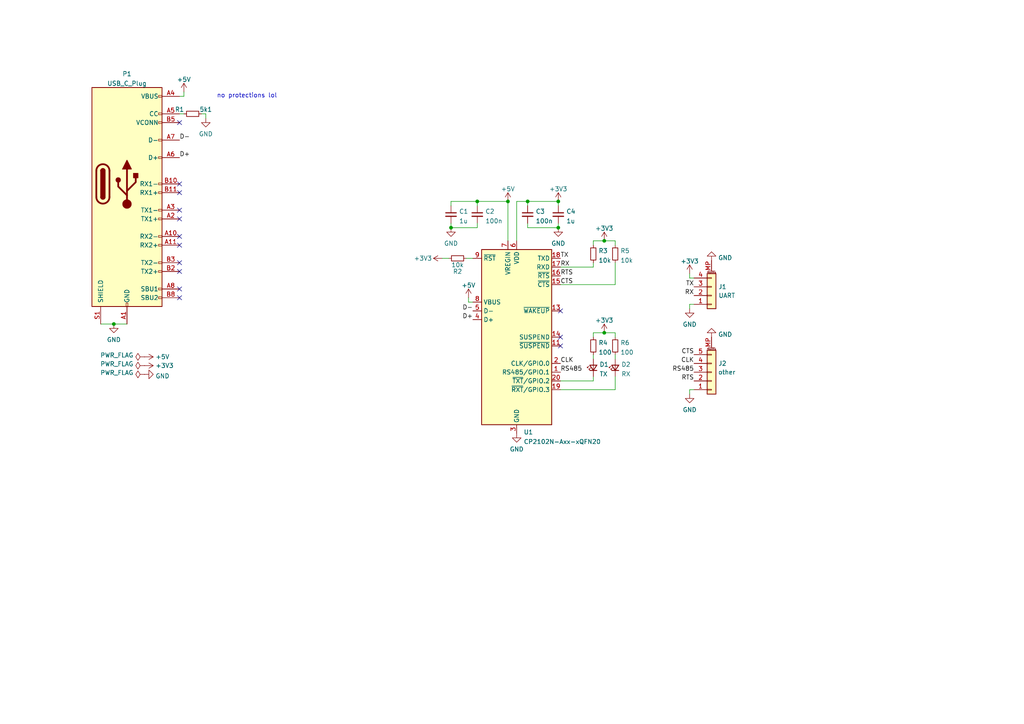
<source format=kicad_sch>
(kicad_sch (version 20231120) (generator "eeschema") (generator_version "8.0")
  (paper "A4")
  (lib_symbols
    (symbol "Connector:USB_C_Plug" (pin_names (offset 1.016))
      (property "Reference" "P" (at -10.16 29.21 0))
      (property "Value" "USB_C_Plug" (at 10.16 29.21 0))
      (symbol "USB_C_Plug_0_0"
        (rectangle (start -0.254 -35.56) (end 0.254 -34.544))
        (rectangle (start 10.16 -32.766) (end 9.144 -33.274))
        (rectangle (start 10.16 -30.226) (end 9.144 -30.734))
        (rectangle (start 10.16 -25.146) (end 9.144 -25.654))
        (rectangle (start 10.16 -22.606) (end 9.144 -23.114))
        (rectangle (start 10.16 -17.526) (end 9.144 -18.034))
        (rectangle (start 10.16 -14.986) (end 9.144 -15.494))
        (rectangle (start 10.16 -9.906) (end 9.144 -10.414))
        (rectangle (start 10.16 -7.366) (end 9.144 -7.874))
        (rectangle (start 10.16 -2.286) (end 9.144 -2.794))
        (rectangle (start 10.16 0.254) (end 9.144 -0.254))
        (rectangle (start 10.16 7.874) (end 9.144 7.366))
        (rectangle (start 10.16 12.954) (end 9.144 12.446))
        (rectangle (start 10.16 18.034) (end 9.144 17.526))
        (rectangle (start 10.16 20.574) (end 9.144 20.066))
        (rectangle (start 10.16 25.654) (end 9.144 25.146))
      )
      (symbol "USB_C_Plug_0_1"
        (rectangle (start -10.16 27.94) (end 10.16 -35.56) (stroke (width 0.254)) (fill (type background)))
        (arc (start -8.89 -3.81) (mid -6.985 -5.7067) (end -5.08 -3.81) (stroke (width 0.508)))
        (arc (start -7.62 -3.81) (mid -6.985 -4.4423) (end -6.35 -3.81) (stroke (width 0.254)))
        (arc (start -7.62 -3.81) (mid -6.985 -4.4423) (end -6.35 -3.81) (stroke (width 0.254)) (fill (type outline)))
        (rectangle (start -7.62 -3.81) (end -6.35 3.81) (stroke (width 0.254)) (fill (type outline)))
        (arc (start -6.35 3.81) (mid -6.985 4.4423) (end -7.62 3.81) (stroke (width 0.254)))
        (arc (start -6.35 3.81) (mid -6.985 4.4423) (end -7.62 3.81) (stroke (width 0.254)) (fill (type outline)))
        (arc (start -5.08 3.81) (mid -6.985 5.7067) (end -8.89 3.81) (stroke (width 0.508)))
        (polyline (pts (xy -8.89 -3.81) (xy -8.89 3.81)) (stroke (width 0.508)))
        (polyline (pts (xy -5.08 3.81) (xy -5.08 -3.81)) (stroke (width 0.508)))
      )
      (symbol "USB_C_Plug_1_1"
        (circle (center -2.54 1.143) (radius 0.635) (stroke (width 0.254)) (fill (type outline)))
        (circle (center 0 -5.842) (radius 1.27) (fill (type outline)))
        (polyline (pts (xy 0 -5.842) (xy 0 4.318)) (stroke (width 0.508)))
        (polyline (pts (xy 0 -3.302) (xy -2.54 -0.762) (xy -2.54 0.508)) (stroke (width 0.508)))
        (polyline (pts (xy 0 -2.032) (xy 2.54 0.508) (xy 2.54 1.778)) (stroke (width 0.508)))
        (polyline (pts (xy -1.27 4.318) (xy 0 6.858) (xy 1.27 4.318) (xy -1.27 4.318)) (stroke (width 0.254)) (fill (type outline)))
        (rectangle (start 1.905 1.778) (end 3.175 3.048) (stroke (width 0.254)) (fill (type outline)))
        (pin passive line (at 0 -40.64 90) (length 5.08) (name "GND") (number "A1"))
        (pin bidirectional line (at 15.24 -15.24 180) (length 5.08) (name "RX2-") (number "A10"))
        (pin bidirectional line (at 15.24 -17.78 180) (length 5.08) (name "RX2+") (number "A11"))
        (pin passive line (at 0 -40.64 90) (length 5.08) hide (name "GND") (number "A12"))
        (pin bidirectional line (at 15.24 -10.16 180) (length 5.08) (name "TX1+") (number "A2"))
        (pin bidirectional line (at 15.24 -7.62 180) (length 5.08) (name "TX1-") (number "A3"))
        (pin passive line (at 15.24 25.4 180) (length 5.08) (name "VBUS") (number "A4"))
        (pin bidirectional line (at 15.24 20.32 180) (length 5.08) (name "CC") (number "A5"))
        (pin bidirectional line (at 15.24 7.62 180) (length 5.08) (name "D+") (number "A6"))
        (pin bidirectional line (at 15.24 12.7 180) (length 5.08) (name "D-") (number "A7"))
        (pin bidirectional line (at 15.24 -30.48 180) (length 5.08) (name "SBU1") (number "A8"))
        (pin passive line (at 15.24 25.4 180) (length 5.08) hide (name "VBUS") (number "A9"))
        (pin passive line (at 0 -40.64 90) (length 5.08) hide (name "GND") (number "B1"))
        (pin bidirectional line (at 15.24 0 180) (length 5.08) (name "RX1-") (number "B10"))
        (pin bidirectional line (at 15.24 -2.54 180) (length 5.08) (name "RX1+") (number "B11"))
        (pin passive line (at 0 -40.64 90) (length 5.08) hide (name "GND") (number "B12"))
        (pin bidirectional line (at 15.24 -25.4 180) (length 5.08) (name "TX2+") (number "B2"))
        (pin bidirectional line (at 15.24 -22.86 180) (length 5.08) (name "TX2-") (number "B3"))
        (pin passive line (at 15.24 25.4 180) (length 5.08) hide (name "VBUS") (number "B4"))
        (pin bidirectional line (at 15.24 17.78 180) (length 5.08) (name "VCONN") (number "B5"))
        (pin bidirectional line (at 15.24 -33.02 180) (length 5.08) (name "SBU2") (number "B8"))
        (pin passive line (at 15.24 25.4 180) (length 5.08) hide (name "VBUS") (number "B9"))
        (pin passive line (at -7.62 -40.64 90) (length 5.08) (name "SHIELD") (number "S1"))
      )
    )
    (symbol "Connector_Generic_MountingPin:Conn_01x04_MountingPin" (pin_names (offset 1.016) hide)
      (property "Reference" "J" (at 0 5.08 0))
      (property "Value" "Conn_01x04_MountingPin" (at 1.27 -7.62 0))
      (symbol "Conn_01x04_MountingPin_1_1"
        (rectangle (start -1.27 -4.953) (end 0 -5.207) (stroke (width 0.1524)))
        (rectangle (start -1.27 -2.413) (end 0 -2.667) (stroke (width 0.1524)))
        (rectangle (start -1.27 0.127) (end 0 -0.127) (stroke (width 0.1524)))
        (rectangle (start -1.27 2.667) (end 0 2.413) (stroke (width 0.1524)))
        (rectangle (start -1.27 3.81) (end 1.27 -6.35) (stroke (width 0.254)) (fill (type background)))
        (polyline (pts (xy -1.016 -7.112) (xy 1.016 -7.112)) (stroke (width 0.1524)))
        (text "Mounting" (at 0 -6.731 0) (effects (font (size 0.381 0.381))))
        (pin passive line (at -5.08 2.54 0) (length 3.81) (name "Pin_1") (number "1"))
        (pin passive line (at -5.08 0 0) (length 3.81) (name "Pin_2") (number "2"))
        (pin passive line (at -5.08 -2.54 0) (length 3.81) (name "Pin_3") (number "3"))
        (pin passive line (at -5.08 -5.08 0) (length 3.81) (name "Pin_4") (number "4"))
        (pin passive line (at 0 -10.16 90) (length 3.048) (name "MountPin") (number "MP"))
      )
    )
    (symbol "Connector_Generic_MountingPin:Conn_01x05_MountingPin" (pin_names (offset 1.016) hide)
      (property "Reference" "J" (at 0 7.62 0))
      (property "Value" "Conn_01x05_MountingPin" (at 1.27 -7.62 0))
      (symbol "Conn_01x05_MountingPin_1_1"
        (rectangle (start -1.27 -4.953) (end 0 -5.207) (stroke (width 0.1524)))
        (rectangle (start -1.27 -2.413) (end 0 -2.667) (stroke (width 0.1524)))
        (rectangle (start -1.27 0.127) (end 0 -0.127) (stroke (width 0.1524)))
        (rectangle (start -1.27 2.667) (end 0 2.413) (stroke (width 0.1524)))
        (rectangle (start -1.27 5.207) (end 0 4.953) (stroke (width 0.1524)))
        (rectangle (start -1.27 6.35) (end 1.27 -6.35) (stroke (width 0.254)) (fill (type background)))
        (polyline (pts (xy -1.016 -7.112) (xy 1.016 -7.112)) (stroke (width 0.1524)))
        (text "Mounting" (at 0 -6.731 0) (effects (font (size 0.381 0.381))))
        (pin passive line (at -5.08 5.08 0) (length 3.81) (name "Pin_1") (number "1"))
        (pin passive line (at -5.08 2.54 0) (length 3.81) (name "Pin_2") (number "2"))
        (pin passive line (at -5.08 0 0) (length 3.81) (name "Pin_3") (number "3"))
        (pin passive line (at -5.08 -2.54 0) (length 3.81) (name "Pin_4") (number "4"))
        (pin passive line (at -5.08 -5.08 0) (length 3.81) (name "Pin_5") (number "5"))
        (pin passive line (at 0 -10.16 90) (length 3.048) (name "MountPin") (number "MP"))
      )
    )
    (symbol "Device:C_Small" (pin_numbers hide) (pin_names (offset 0.254) hide)
      (property "Reference" "C" (at 0.254 1.778 0))
      (property "Value" "C_Small" (at 0.254 -2.032 0))
      (symbol "C_Small_0_1"
        (polyline (pts (xy -1.524 -0.508) (xy 1.524 -0.508)) (stroke (width 0.3302)))
        (polyline (pts (xy -1.524 0.508) (xy 1.524 0.508)) (stroke (width 0.3048)))
      )
      (symbol "C_Small_1_1"
        (pin passive line (at 0 2.54 270) (length 2.032) (name "~") (number "1"))
        (pin passive line (at 0 -2.54 90) (length 2.032) (name "~") (number "2"))
      )
    )
    (symbol "Device:LED_Small" (pin_numbers hide) (pin_names (offset 0.254) hide)
      (property "Reference" "D" (at -1.27 3.175 0))
      (property "Value" "LED_Small" (at -4.445 -2.54 0))
      (symbol "LED_Small_0_1"
        (polyline (pts (xy -0.762 -1.016) (xy -0.762 1.016)) (stroke (width 0.254)))
        (polyline (pts (xy 1.016 0) (xy -0.762 0)))
        (polyline (pts (xy 0.762 -1.016) (xy -0.762 0) (xy 0.762 1.016) (xy 0.762 -1.016)) (stroke (width 0.254)))
        (polyline (pts (xy 0 0.762) (xy -0.508 1.27) (xy -0.254 1.27) (xy -0.508 1.27) (xy -0.508 1.016)))
        (polyline (pts (xy 0.508 1.27) (xy 0 1.778) (xy 0.254 1.778) (xy 0 1.778) (xy 0 1.524)))
      )
      (symbol "LED_Small_1_1"
        (pin passive line (at -2.54 0 0) (length 1.778) (name "K") (number "1"))
        (pin passive line (at 2.54 0 180) (length 1.778) (name "A") (number "2"))
      )
    )
    (symbol "Device:R_Small" (pin_numbers hide) (pin_names (offset 0.254) hide)
      (property "Reference" "R" (at 0.762 0.508 0))
      (property "Value" "R_Small" (at 0.762 -1.016 0))
      (symbol "R_Small_0_1"
        (rectangle (start -0.762 1.778) (end 0.762 -1.778) (stroke (width 0.2032)))
      )
      (symbol "R_Small_1_1"
        (pin passive line (at 0 2.54 270) (length 0.762) (name "~") (number "1"))
        (pin passive line (at 0 -2.54 90) (length 0.762) (name "~") (number "2"))
      )
    )
    (symbol "Interface_USB:CP2102N-Axx-xQFN20"
      (property "Reference" "U" (at -8.89 26.67 0))
      (property "Value" "CP2102N-Axx-xQFN20" (at 12.7 26.67 0))
      (symbol "CP2102N-Axx-xQFN20_0_1"
        (rectangle (start -10.16 25.4) (end 10.16 -25.4) (stroke (width 0.254)) (fill (type background)))
      )
      (symbol "CP2102N-Axx-xQFN20_1_1"
        (pin bidirectional line (at 12.7 -10.16 180) (length 2.54) (name "RS485/GPIO.1") (number "1"))
        (pin no_connect line (at -10.16 -22.86 0) (length 2.54) hide (name "NC") (number "10"))
        (pin output line (at 12.7 -2.54 180) (length 2.54) (name "~{SUSPEND}") (number "11"))
        (pin passive line (at 0 -27.94 90) (length 2.54) hide (name "GND") (number "12"))
        (pin input line (at 12.7 7.62 180) (length 2.54) (name "~{WAKEUP}") (number "13"))
        (pin output line (at 12.7 0 180) (length 2.54) (name "SUSPEND") (number "14"))
        (pin input line (at 12.7 15.24 180) (length 2.54) (name "~{CTS}") (number "15"))
        (pin output line (at 12.7 17.78 180) (length 2.54) (name "~{RTS}") (number "16"))
        (pin input line (at 12.7 20.32 180) (length 2.54) (name "RXD") (number "17"))
        (pin output line (at 12.7 22.86 180) (length 2.54) (name "TXD") (number "18"))
        (pin bidirectional line (at 12.7 -15.24 180) (length 2.54) (name "~{RXT}/GPIO.3") (number "19"))
        (pin bidirectional line (at 12.7 -7.62 180) (length 2.54) (name "CLK/GPIO.0") (number "2"))
        (pin bidirectional line (at 12.7 -12.7 180) (length 2.54) (name "~{TXT}/GPIO.2") (number "20"))
        (pin passive line (at 0 -27.94 90) (length 2.54) hide (name "GND") (number "21"))
        (pin power_in line (at 0 -27.94 90) (length 2.54) (name "GND") (number "3"))
        (pin bidirectional line (at -12.7 5.08 0) (length 2.54) (name "D+") (number "4"))
        (pin bidirectional line (at -12.7 7.62 0) (length 2.54) (name "D-") (number "5"))
        (pin power_in line (at 0 27.94 270) (length 2.54) (name "VDD") (number "6"))
        (pin power_in line (at -2.54 27.94 270) (length 2.54) (name "VREGIN") (number "7"))
        (pin input line (at -12.7 10.16 0) (length 2.54) (name "VBUS") (number "8"))
        (pin input line (at -12.7 22.86 0) (length 2.54) (name "~{RST}") (number "9"))
      )
    )
    (symbol "power:+3V3" (power) (pin_names (offset 0))
      (property "Value" "+3V3" (at 0 3.556 0))
      (symbol "+3V3_0_1"
        (polyline (pts (xy -0.762 1.27) (xy 0 2.54)))
        (polyline (pts (xy 0 0) (xy 0 2.54)))
        (polyline (pts (xy 0 2.54) (xy 0.762 1.27)))
      )
      (symbol "+3V3_1_1"
        (pin power_in line (at 0 0 90) (length 0) hide (name "+3V3") (number "1"))
      )
    )
    (symbol "power:+5V" (power) (pin_names (offset 0))
      (property "Value" "+5V" (at 0 3.556 0))
      (symbol "+5V_0_1"
        (polyline (pts (xy -0.762 1.27) (xy 0 2.54)))
        (polyline (pts (xy 0 0) (xy 0 2.54)))
        (polyline (pts (xy 0 2.54) (xy 0.762 1.27)))
      )
      (symbol "+5V_1_1"
        (pin power_in line (at 0 0 90) (length 0) hide (name "+5V") (number "1"))
      )
    )
    (symbol "power:GND" (power) (pin_names (offset 0))
      (property "Value" "GND" (at 0 -3.81 0))
      (symbol "GND_0_1"
        (polyline (pts (xy 0 0) (xy 0 -1.27) (xy 1.27 -1.27) (xy 0 -2.54) (xy -1.27 -1.27) (xy 0 -1.27)))
      )
      (symbol "GND_1_1"
        (pin power_in line (at 0 0 270) (length 0) hide (name "GND") (number "1"))
      )
    )
    (symbol "power:PWR_FLAG" (power) (pin_numbers hide) (pin_names (offset 0) hide)
      (property "Value" "PWR_FLAG" (at 0 3.81 0))
      (symbol "PWR_FLAG_0_0"
        (pin power_out line (at 0 0 90) (length 0) (name "pwr") (number "1"))
      )
      (symbol "PWR_FLAG_0_1"
        (polyline (pts (xy 0 0) (xy 0 1.27) (xy -1.016 1.905) (xy 0 2.54) (xy 1.016 1.905) (xy 0 1.27)))
      )
    )
  )
  (junction (at 175.26 96.52))
  (junction (at 161.925 66.04))
  (junction (at 153.035 58.42))
  (junction (at 161.925 58.42))
  (junction (at 130.81 66.04))
  (junction (at 175.26 69.85))
  (junction (at 147.32 58.42))
  (junction (at 138.43 58.42))
  (junction (at 33.02 93.98))
  (no_connect (at 162.56 97.79))
  (no_connect (at 162.56 100.33))
  (no_connect (at 162.56 90.17))
  (no_connect (at 52.07 35.56))
  (no_connect (at 52.07 83.82))
  (no_connect (at 52.07 86.36))
  (no_connect (at 52.07 78.74))
  (no_connect (at 52.07 76.2))
  (no_connect (at 52.07 71.12))
  (no_connect (at 52.07 68.58))
  (no_connect (at 52.07 63.5))
  (no_connect (at 52.07 60.96))
  (no_connect (at 52.07 55.88))
  (no_connect (at 52.07 53.34))
  (wire (pts (xy 162.56 82.55) (xy 178.435 82.55)))
  (wire (pts (xy 130.81 66.04) (xy 138.43 66.04)))
  (wire (pts (xy 33.02 93.98) (xy 36.83 93.98)))
  (wire (pts (xy 138.43 66.04) (xy 138.43 64.77)))
  (wire (pts (xy 162.56 77.47) (xy 172.085 77.47)))
  (wire (pts (xy 178.435 113.03) (xy 178.435 109.22)))
  (wire (pts (xy 138.43 58.42) (xy 130.81 58.42)))
  (wire (pts (xy 135.89 87.63) (xy 135.89 86.36)))
  (wire (pts (xy 200.025 88.265) (xy 201.295 88.265)))
  (wire (pts (xy 52.07 27.94) (xy 53.34 27.94)))
  (wire (pts (xy 138.43 58.42) (xy 138.43 59.69)))
  (wire (pts (xy 172.085 69.85) (xy 175.26 69.85)))
  (wire (pts (xy 175.26 69.85) (xy 178.435 69.85)))
  (wire (pts (xy 178.435 82.55) (xy 178.435 76.2)))
  (wire (pts (xy 52.07 33.02) (xy 53.34 33.02)))
  (wire (pts (xy 200.025 114.3) (xy 200.025 113.03)))
  (wire (pts (xy 153.035 64.77) (xy 153.035 66.04)))
  (wire (pts (xy 147.32 58.42) (xy 138.43 58.42)))
  (wire (pts (xy 161.925 64.77) (xy 161.925 66.04)))
  (wire (pts (xy 149.86 58.42) (xy 153.035 58.42)))
  (wire (pts (xy 200.025 89.535) (xy 200.025 88.265)))
  (wire (pts (xy 29.21 93.98) (xy 33.02 93.98)))
  (wire (pts (xy 53.34 27.94) (xy 53.34 26.67)))
  (wire (pts (xy 172.085 102.87) (xy 172.085 104.14)))
  (wire (pts (xy 175.26 96.52) (xy 178.435 96.52)))
  (wire (pts (xy 200.025 113.03) (xy 201.295 113.03)))
  (wire (pts (xy 161.925 66.04) (xy 153.035 66.04)))
  (wire (pts (xy 172.085 71.12) (xy 172.085 69.85)))
  (wire (pts (xy 59.69 34.29) (xy 59.69 33.02)))
  (wire (pts (xy 161.925 58.42) (xy 161.925 59.69)))
  (wire (pts (xy 153.035 59.69) (xy 153.035 58.42)))
  (wire (pts (xy 149.86 58.42) (xy 149.86 69.85)))
  (wire (pts (xy 153.035 58.42) (xy 161.925 58.42)))
  (wire (pts (xy 130.81 66.04) (xy 130.81 64.77)))
  (wire (pts (xy 172.085 97.79) (xy 172.085 96.52)))
  (wire (pts (xy 178.435 96.52) (xy 178.435 97.79)))
  (wire (pts (xy 58.42 33.02) (xy 59.69 33.02)))
  (wire (pts (xy 162.56 110.49) (xy 172.085 110.49)))
  (wire (pts (xy 128.27 74.93) (xy 130.175 74.93)))
  (wire (pts (xy 172.085 96.52) (xy 175.26 96.52)))
  (wire (pts (xy 200.025 79.375) (xy 200.025 80.645)))
  (wire (pts (xy 178.435 69.85) (xy 178.435 71.12)))
  (wire (pts (xy 162.56 113.03) (xy 178.435 113.03)))
  (wire (pts (xy 137.16 87.63) (xy 135.89 87.63)))
  (wire (pts (xy 178.435 102.87) (xy 178.435 104.14)))
  (wire (pts (xy 147.32 58.42) (xy 147.32 69.85)))
  (wire (pts (xy 130.81 58.42) (xy 130.81 59.69)))
  (wire (pts (xy 172.085 77.47) (xy 172.085 76.2)))
  (wire (pts (xy 135.255 74.93) (xy 137.16 74.93)))
  (wire (pts (xy 200.025 80.645) (xy 201.295 80.645)))
  (wire (pts (xy 172.085 109.22) (xy 172.085 110.49)))
  (text "no protections lol" (at 62.865 28.575 0) (effects (font (size 1.27 1.27)) (justify left bottom)))
  (label "RTS" (at 201.295 110.49 180))
  (label "RS485" (at 162.56 107.95 0))
  (label "CTS" (at 201.295 102.87 180))
  (label "TX" (at 201.295 83.185 180))
  (label "D-" (at 137.16 90.17 180))
  (label "CTS" (at 162.56 82.55 0))
  (label "D+" (at 137.16 92.71 180))
  (label "CLK" (at 162.56 105.41 0))
  (label "RX" (at 201.295 85.725 180))
  (label "CLK" (at 201.295 105.41 180))
  (label "RTS" (at 162.56 80.01 0))
  (label "D+" (at 52.07 45.72 0))
  (label "RX" (at 162.56 77.47 0))
  (label "D-" (at 52.07 40.64 0))
  (label "TX" (at 162.56 74.93 0))
  (label "RS485" (at 201.295 107.95 180))
  (symbol (lib_id "Device:C_Small") (at 130.81 62.23 0) (unit 1)
    (property "Reference" "C1" (at 133.1341 61.3278 0) (effects (justify left)))
    (property "Value" "1u" (at 133.1341 64.1029 0) (effects (justify left)))
    (property "Footprint" "Capacitor_SMD:C_0603_1608Metric" (effects (hide yes)))
  )
  (symbol (lib_id "power:+3V3") (at 200.025 79.375 0) (unit 1)
    (property "Reference" "#PWR016" (effects (hide yes)))
    (property "Value" "+3V3" (at 200.025 75.7705 0))
  )
  (symbol (lib_id "power:+5V") (at 41.91 103.505 270) (unit 1)
    (property "Reference" "#PWR02" (effects (hide yes)))
    (property "Value" "+5V" (at 45.085 103.505 90) (effects (justify left)))
  )
  (symbol (lib_id "Device:C_Small") (at 153.035 62.23 0) (unit 1)
    (property "Reference" "C3" (at 155.3591 61.3278 0) (effects (justify left)))
    (property "Value" "100n" (at 155.3591 64.1029 0) (effects (justify left)))
    (property "Footprint" "Capacitor_SMD:C_0603_1608Metric" (effects (hide yes)))
  )
  (symbol (lib_id "Interface_USB:CP2102N-Axx-xQFN20") (at 149.86 97.79 0) (unit 1)
    (property "Reference" "U1" (at 151.8794 125.3395 0) (effects (justify left)))
    (property "Value" "CP2102N-Axx-xQFN20" (at 151.8794 128.1146 0) (effects (justify left)))
    (property "Footprint" "Package_DFN_QFN:SiliconLabs_QFN-20-1EP_3x3mm_P0.5mm_EP1.8x1.8mm" (effects (hide yes)))
    (property "Datasheet" "https://www.silabs.com/documents/public/data-sheets/cp2102n-datasheet.pdf" (effects (hide yes)))
  )
  (symbol (lib_id "power:+3V3") (at 161.925 58.42 0) (unit 1)
    (property "Reference" "#PWR012" (effects (hide yes)))
    (property "Value" "+3V3" (at 161.925 54.8155 0))
  )
  (symbol (lib_id "power:GND") (at 130.81 66.04 0) (unit 1)
    (property "Reference" "#PWR08" (effects (hide yes)))
    (property "Value" "GND" (at 130.81 70.6025 0))
  )
  (symbol (lib_id "power:GND") (at 41.91 108.585 90) (unit 1)
    (property "Reference" "#PWR04" (effects (hide yes)))
    (property "Value" "GND" (at 45.085 109.064 90) (effects (justify right)))
  )
  (symbol (lib_id "Device:R_Small") (at 178.435 100.33 0) (unit 1)
    (property "Reference" "R6" (at 179.9336 99.4215 0) (effects (justify left)))
    (property "Value" "100" (at 179.9336 102.1966 0) (effects (justify left)))
    (property "Footprint" "Resistor_SMD:R_0603_1608Metric" (effects (hide yes)))
  )
  (symbol (lib_id "Device:C_Small") (at 138.43 62.23 0) (unit 1)
    (property "Reference" "C2" (at 140.7541 61.3278 0) (effects (justify left)))
    (property "Value" "100n" (at 140.7541 64.1029 0) (effects (justify left)))
    (property "Footprint" "Capacitor_SMD:C_0603_1608Metric" (effects (hide yes)))
  )
  (symbol (lib_id "power:GND") (at 59.69 34.29 0) (unit 1)
    (property "Reference" "#PWR06" (effects (hide yes)))
    (property "Value" "GND" (at 59.69 38.8525 0))
  )
  (symbol (lib_id "power:PWR_FLAG") (at 41.91 108.585 90) (unit 1)
    (property "Reference" "#FLG03" (effects (hide yes)))
    (property "Value" "PWR_FLAG" (at 38.735 108.106 90) (effects (justify left)))
  )
  (symbol (lib_id "power:GND") (at 200.025 114.3 0) (unit 1)
    (property "Reference" "#PWR018" (effects (hide yes)))
    (property "Value" "GND" (at 200.025 118.8625 0))
  )
  (symbol (lib_id "power:PWR_FLAG") (at 41.91 106.045 90) (unit 1)
    (property "Reference" "#FLG02" (effects (hide yes)))
    (property "Value" "PWR_FLAG" (at 38.735 105.566 90) (effects (justify left)))
  )
  (symbol (lib_id "power:GND") (at 149.86 125.73 0) (unit 1)
    (property "Reference" "#PWR011" (effects (hide yes)))
    (property "Value" "GND" (at 149.86 130.2925 0))
  )
  (symbol (lib_id "power:GND") (at 33.02 93.98 0) (unit 1)
    (property "Reference" "#PWR01" (effects (hide yes)))
    (property "Value" "GND" (at 33.02 98.5425 0))
  )
  (symbol (lib_id "power:+5V") (at 147.32 58.42 0) (unit 1)
    (property "Reference" "#PWR010" (effects (hide yes)))
    (property "Value" "+5V" (at 147.32 54.8155 0))
  )
  (symbol (lib_id "Connector_Generic_MountingPin:Conn_01x05_MountingPin") (at 206.375 107.95 0) (mirror x) (unit 1)
    (property "Reference" "J2" (at 209.55 105.41 0))
    (property "Value" "other" (at 210.82 107.95 0))
    (property "Footprint" "Connector_JST:JST_GH_SM05B-GHS-TB_1x05-1MP_P1.25mm_Horizontal" (effects (hide yes)))
  )
  (symbol (lib_id "Device:R_Small") (at 172.085 73.66 0) (unit 1)
    (property "Reference" "R3" (at 173.5836 72.7515 0) (effects (justify left)))
    (property "Value" "10k" (at 173.5836 75.5266 0) (effects (justify left)))
    (property "Footprint" "Resistor_SMD:R_0603_1608Metric" (effects (hide yes)))
  )
  (symbol (lib_id "power:+3V3") (at 175.26 96.52 0) (unit 1)
    (property "Reference" "#PWR015" (effects (hide yes)))
    (property "Value" "+3V3" (at 175.26 92.9155 0))
  )
  (symbol (lib_id "Device:LED_Small") (at 178.435 106.68 90) (unit 1)
    (property "Reference" "D2" (at 180.213 105.708 90) (effects (justify right)))
    (property "Value" "RX" (at 180.213 108.4831 90) (effects (justify right)))
    (property "Footprint" "LED_SMD:LED_0603_1608Metric" (effects (hide yes)))
  )
  (symbol (lib_id "power:+3V3") (at 41.91 106.045 270) (unit 1)
    (property "Reference" "#PWR03" (effects (hide yes)))
    (property "Value" "+3V3" (at 45.085 106.045 90) (effects (justify left)))
  )
  (symbol (lib_id "power:+3V3") (at 128.27 74.93 90) (unit 1)
    (property "Reference" "#PWR07" (effects (hide yes)))
    (property "Value" "+3V3" (at 120.015 74.93 90) (effects (justify right)))
  )
  (symbol (lib_id "Connector:USB_C_Plug") (at 36.83 53.34 0) (unit 1)
    (property "Reference" "P1" (at 36.83 21.4335 0))
    (property "Value" "USB_C_Plug" (at 36.83 24.2086 0))
    (property "Footprint" "Connector_USB:USB_C_Plug_JAE_DX07P024AJ1" (effects (hide yes)))
    (property "Datasheet" "https://www.usb.org/sites/default/files/documents/usb_type-c.zip" (effects (hide yes)))
  )
  (symbol (lib_id "power:PWR_FLAG") (at 41.91 103.505 90) (unit 1)
    (property "Reference" "#FLG01" (effects (hide yes)))
    (property "Value" "PWR_FLAG" (at 38.735 103.026 90) (effects (justify left)))
  )
  (symbol (lib_id "Device:R_Small") (at 55.88 33.02 90) (unit 1)
    (property "Reference" "R1" (at 52.07 31.75 90))
    (property "Value" "5k1" (at 59.69 31.75 90))
    (property "Footprint" "Resistor_SMD:R_0603_1608Metric" (effects (hide yes)))
  )
  (symbol (lib_id "power:GND") (at 206.375 97.79 180) (unit 1)
    (property "Reference" "#PWR020" (effects (hide yes)))
    (property "Value" "GND" (at 208.28 96.999 0) (effects (justify right)))
  )
  (symbol (lib_id "power:GND") (at 200.025 89.535 0) (unit 1)
    (property "Reference" "#PWR017" (effects (hide yes)))
    (property "Value" "GND" (at 200.025 94.0975 0))
  )
  (symbol (lib_id "power:+5V") (at 135.89 86.36 0) (unit 1)
    (property "Reference" "#PWR09" (effects (hide yes)))
    (property "Value" "+5V" (at 135.89 82.7555 0))
  )
  (symbol (lib_id "power:GND") (at 206.375 75.565 180) (unit 1)
    (property "Reference" "#PWR019" (effects (hide yes)))
    (property "Value" "GND" (at 208.28 74.774 0) (effects (justify right)))
  )
  (symbol (lib_id "Device:R_Small") (at 172.085 100.33 0) (unit 1)
    (property "Reference" "R4" (at 173.5836 99.4215 0) (effects (justify left)))
    (property "Value" "100" (at 173.5836 102.1966 0) (effects (justify left)))
    (property "Footprint" "Resistor_SMD:R_0603_1608Metric" (effects (hide yes)))
  )
  (symbol (lib_id "Device:R_Small") (at 132.715 74.93 90) (unit 1)
    (property "Reference" "R2" (at 132.715 78.74 90))
    (property "Value" "10k" (at 132.715 76.835 90))
    (property "Footprint" "Resistor_SMD:R_0603_1608Metric" (effects (hide yes)))
  )
  (symbol (lib_id "power:+5V") (at 53.34 26.67 0) (unit 1)
    (property "Reference" "#PWR05" (effects (hide yes)))
    (property "Value" "+5V" (at 53.34 23.0655 0))
  )
  (symbol (lib_id "Device:C_Small") (at 161.925 62.23 0) (unit 1)
    (property "Reference" "C4" (at 164.2491 61.3278 0) (effects (justify left)))
    (property "Value" "1u" (at 164.2491 64.1029 0) (effects (justify left)))
    (property "Footprint" "Capacitor_SMD:C_0603_1608Metric" (effects (hide yes)))
  )
  (symbol (lib_id "power:+3V3") (at 175.26 69.85 0) (unit 1)
    (property "Reference" "#PWR014" (effects (hide yes)))
    (property "Value" "+3V3" (at 175.26 66.2455 0))
  )
  (symbol (lib_id "power:GND") (at 161.925 66.04 0) (unit 1)
    (property "Reference" "#PWR013" (effects (hide yes)))
    (property "Value" "GND" (at 161.925 70.6025 0))
  )
  (symbol (lib_id "Device:R_Small") (at 178.435 73.66 0) (unit 1)
    (property "Reference" "R5" (at 179.9336 72.7515 0) (effects (justify left)))
    (property "Value" "10k" (at 179.9336 75.5266 0) (effects (justify left)))
    (property "Footprint" "Resistor_SMD:R_0603_1608Metric" (effects (hide yes)))
  )
  (symbol (lib_id "Connector_Generic_MountingPin:Conn_01x04_MountingPin") (at 206.375 85.725 0) (mirror x) (unit 1)
    (property "Reference" "J1" (at 209.55 83.185 0))
    (property "Value" "UART" (at 210.82 85.725 0))
    (property "Footprint" "Connector_JST:JST_GH_SM04B-GHS-TB_1x04-1MP_P1.25mm_Horizontal" (effects (hide yes)))
  )
  (symbol (lib_id "Device:LED_Small") (at 172.085 106.68 90) (unit 1)
    (property "Reference" "D1" (at 173.863 105.708 90) (effects (justify right)))
    (property "Value" "TX" (at 173.863 108.4831 90) (effects (justify right)))
    (property "Footprint" "LED_SMD:LED_0603_1608Metric" (effects (hide yes)))
  )
)
</source>
